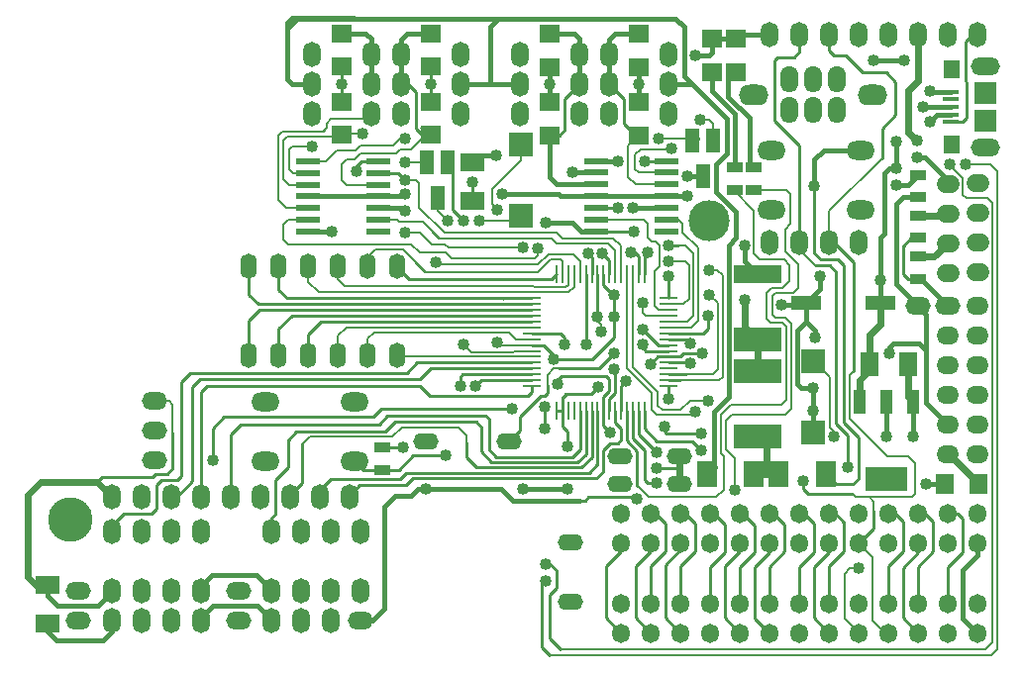
<source format=gtl>
G04 (created by PCBNEW-RS274X (2012-01-19 BZR 3256)-stable) date 5/6/2556 16:26:55*
G01*
G70*
G90*
%MOIN*%
G04 Gerber Fmt 3.4, Leading zero omitted, Abs format*
%FSLAX34Y34*%
G04 APERTURE LIST*
%ADD10C,0.006000*%
%ADD11O,0.060000X0.065000*%
%ADD12C,0.150000*%
%ADD13C,0.138100*%
%ADD14O,0.060000X0.085000*%
%ADD15R,0.062900X0.070900*%
%ADD16O,0.085000X0.055000*%
%ADD17O,0.085000X0.060000*%
%ADD18O,0.095000X0.064000*%
%ADD19O,0.060000X0.090000*%
%ADD20O,0.100000X0.070000*%
%ADD21R,0.070900X0.062900*%
%ADD22R,0.010000X0.060000*%
%ADD23R,0.060000X0.010000*%
%ADD24O,0.055000X0.085000*%
%ADD25R,0.144000X0.080000*%
%ADD26R,0.040000X0.080000*%
%ADD27R,0.078700X0.019700*%
%ADD28R,0.078700X0.078700*%
%ADD29O,0.075000X0.060000*%
%ADD30R,0.045000X0.080000*%
%ADD31R,0.080000X0.060000*%
%ADD32R,0.055000X0.035000*%
%ADD33C,0.060000*%
%ADD34R,0.160000X0.080000*%
%ADD35R,0.070900X0.086600*%
%ADD36R,0.098400X0.047200*%
%ADD37R,0.060000X0.080000*%
%ADD38R,0.160000X0.060000*%
%ADD39R,0.053100X0.015700*%
%ADD40R,0.055100X0.063000*%
%ADD41R,0.074800X0.074800*%
%ADD42O,0.098400X0.059400*%
%ADD43O,0.098400X0.060000*%
%ADD44C,0.040000*%
%ADD45C,0.010000*%
%ADD46C,0.008000*%
%ADD47C,0.015000*%
%ADD48C,0.024000*%
G04 APERTURE END LIST*
G54D10*
G54D11*
X71949Y-48170D03*
X71949Y-49170D03*
X70949Y-48170D03*
X70949Y-49170D03*
X69949Y-48170D03*
X69949Y-49170D03*
X68949Y-48170D03*
X68949Y-49170D03*
X67949Y-48170D03*
X67949Y-49170D03*
X66949Y-48170D03*
X66949Y-49170D03*
X65949Y-48170D03*
X65949Y-49170D03*
X64949Y-48170D03*
X64949Y-49170D03*
X63949Y-48170D03*
X63949Y-49170D03*
X62949Y-48170D03*
X62949Y-49170D03*
X61949Y-48170D03*
X61949Y-49170D03*
X60949Y-48170D03*
X60949Y-49170D03*
X59949Y-48170D03*
X59949Y-49170D03*
G54D12*
X41402Y-45342D03*
G54D13*
X62898Y-35283D03*
G54D14*
X64943Y-36027D03*
X65943Y-36027D03*
X66943Y-36027D03*
X67943Y-36027D03*
G54D15*
X70841Y-44145D03*
X71959Y-44145D03*
G54D16*
X58246Y-48116D03*
X58246Y-46116D03*
G54D17*
X41678Y-48737D03*
X41678Y-47737D03*
G54D18*
X68016Y-32897D03*
X68016Y-34897D03*
X65016Y-32897D03*
X65016Y-34897D03*
G54D19*
X67210Y-30530D03*
X67210Y-31550D03*
X66410Y-30530D03*
X66410Y-31550D03*
X65610Y-30530D03*
X65610Y-31550D03*
G54D20*
X64410Y-31040D03*
X68410Y-31040D03*
G54D14*
X48186Y-45737D03*
X49186Y-45737D03*
X50186Y-45737D03*
X51186Y-45737D03*
G54D17*
X47064Y-48745D03*
X47064Y-47745D03*
G54D16*
X61914Y-43204D03*
X59914Y-43204D03*
G54D21*
X63018Y-30269D03*
X63018Y-29151D03*
X63815Y-30268D03*
X63815Y-29150D03*
G54D22*
X59743Y-37071D03*
X59548Y-37071D03*
X59353Y-37071D03*
X59153Y-37071D03*
X58958Y-37071D03*
X58763Y-37071D03*
X58563Y-37071D03*
X58368Y-37071D03*
X58173Y-37071D03*
X57973Y-37071D03*
X57778Y-37071D03*
X59743Y-41671D03*
X59548Y-41671D03*
X59353Y-41671D03*
X59153Y-41671D03*
X58958Y-41671D03*
X58763Y-41671D03*
X58563Y-41671D03*
X58368Y-41671D03*
X58173Y-41671D03*
X57973Y-41671D03*
X57778Y-41671D03*
G54D23*
X61553Y-37896D03*
X61553Y-38091D03*
X61553Y-38291D03*
X61553Y-38486D03*
X61553Y-38681D03*
X61553Y-38881D03*
X61553Y-39076D03*
X61553Y-39271D03*
X61553Y-39471D03*
X61553Y-39666D03*
X61553Y-39861D03*
X56953Y-39861D03*
X56953Y-39666D03*
X56953Y-39471D03*
X56953Y-39271D03*
X56953Y-39076D03*
X56953Y-38881D03*
X56953Y-38681D03*
X56953Y-38486D03*
X56953Y-38291D03*
X56953Y-38091D03*
X56953Y-37896D03*
X56953Y-40061D03*
X56953Y-40256D03*
X56953Y-40451D03*
X56953Y-40651D03*
X56953Y-40846D03*
X61553Y-40846D03*
X61553Y-40651D03*
X61553Y-40451D03*
X61553Y-40256D03*
X61553Y-40061D03*
G54D22*
X59943Y-41671D03*
X60138Y-41671D03*
X60333Y-41671D03*
X60533Y-41671D03*
X60728Y-41671D03*
X59943Y-37071D03*
X60138Y-37071D03*
X60333Y-37071D03*
X60533Y-37071D03*
X60728Y-37071D03*
G54D14*
X51538Y-29692D03*
X51538Y-30692D03*
X51538Y-31692D03*
X52538Y-29692D03*
X52538Y-30692D03*
X52538Y-31692D03*
G54D24*
X52423Y-36816D03*
X47423Y-36816D03*
X47423Y-39808D03*
X52423Y-39808D03*
X51423Y-39808D03*
X50423Y-39808D03*
X49423Y-39808D03*
X48423Y-39808D03*
X51423Y-36816D03*
X50423Y-36816D03*
X49423Y-36816D03*
X48423Y-36816D03*
G54D25*
X68880Y-43980D03*
G54D26*
X68880Y-41380D03*
X67980Y-41380D03*
X69780Y-41380D03*
G54D14*
X42804Y-44564D03*
X43804Y-44564D03*
X44804Y-44564D03*
X45804Y-44564D03*
X46804Y-44564D03*
X47804Y-44564D03*
X48804Y-44564D03*
X49804Y-44564D03*
X50804Y-44564D03*
X61538Y-31692D03*
X61538Y-30692D03*
X61538Y-29692D03*
X56538Y-31692D03*
X56538Y-30692D03*
X56538Y-29692D03*
X54538Y-31692D03*
X54538Y-30692D03*
X54538Y-29692D03*
X49538Y-31692D03*
X49538Y-30692D03*
X49538Y-29692D03*
G54D27*
X51763Y-35643D03*
X51764Y-35249D03*
X51764Y-34856D03*
X51764Y-34462D03*
X51764Y-34068D03*
X51764Y-33674D03*
X51764Y-33281D03*
X49401Y-35643D03*
X49401Y-35249D03*
X49401Y-34856D03*
X49401Y-34462D03*
X49401Y-34068D03*
X49401Y-33674D03*
X49401Y-33281D03*
X61471Y-35631D03*
X61472Y-35237D03*
X61472Y-34844D03*
X61472Y-34450D03*
X61472Y-34056D03*
X61472Y-33662D03*
X61472Y-33269D03*
X59109Y-35631D03*
X59109Y-35237D03*
X59109Y-34844D03*
X59109Y-34450D03*
X59109Y-34056D03*
X59109Y-33662D03*
X59109Y-33269D03*
G54D17*
X44237Y-41361D03*
X44237Y-42361D03*
X44237Y-43361D03*
G54D28*
X56580Y-32700D03*
X56580Y-35100D03*
G54D16*
X61914Y-44136D03*
X59914Y-44136D03*
G54D14*
X58538Y-29692D03*
X58538Y-30692D03*
X58538Y-31692D03*
X59538Y-29692D03*
X59538Y-30692D03*
X59538Y-31692D03*
G54D29*
X71950Y-43150D03*
X71950Y-42150D03*
X71950Y-41150D03*
X71950Y-40150D03*
X71950Y-39150D03*
X71950Y-38150D03*
X70950Y-43150D03*
X70950Y-42150D03*
X70950Y-41150D03*
X70950Y-40150D03*
X70950Y-39150D03*
G54D14*
X51186Y-47737D03*
G54D17*
X51186Y-48737D03*
G54D14*
X50186Y-47737D03*
X50186Y-48737D03*
X49186Y-47737D03*
X49186Y-48737D03*
X48186Y-47737D03*
X48186Y-48737D03*
X42800Y-45737D03*
X43800Y-45737D03*
X44800Y-45737D03*
X45800Y-45737D03*
X45800Y-47737D03*
X45800Y-48737D03*
X44800Y-47737D03*
X44800Y-48737D03*
X43800Y-47737D03*
X43800Y-48737D03*
X42800Y-47737D03*
X42800Y-48737D03*
G54D30*
X53412Y-33317D03*
X54112Y-33317D03*
X53762Y-34517D03*
X62344Y-32570D03*
X63044Y-32570D03*
X62694Y-33770D03*
G54D31*
X40627Y-48855D03*
X40627Y-47555D03*
G54D32*
X69950Y-37245D03*
X69950Y-36495D03*
X69940Y-35855D03*
X69940Y-35105D03*
X63770Y-34238D03*
X63770Y-33488D03*
X64407Y-34239D03*
X64407Y-33489D03*
G54D33*
X71875Y-34030D02*
X72025Y-34030D01*
X71875Y-35030D02*
X72025Y-35030D01*
X71875Y-36030D02*
X72025Y-36030D01*
X71875Y-37030D02*
X72025Y-37030D01*
G54D32*
X69952Y-34487D03*
X69952Y-33737D03*
G54D34*
X64526Y-40348D03*
X64526Y-42548D03*
G54D14*
X70944Y-29016D03*
X71944Y-29016D03*
G54D17*
X70930Y-38150D03*
X69930Y-38150D03*
G54D21*
X57540Y-28981D03*
X57540Y-30099D03*
X60537Y-28985D03*
X60537Y-30103D03*
G54D35*
X66836Y-43828D03*
X65256Y-43828D03*
X64410Y-43820D03*
X62830Y-43820D03*
G54D36*
X68660Y-38060D03*
X66160Y-38060D03*
G54D31*
X54943Y-33307D03*
X54943Y-34607D03*
G54D37*
X69614Y-40118D03*
X68314Y-40118D03*
G54D28*
X66416Y-40002D03*
X66416Y-42402D03*
G54D21*
X50540Y-28967D03*
X50540Y-30085D03*
X53543Y-28974D03*
X53543Y-30092D03*
G54D34*
X64530Y-39290D03*
G54D38*
X64530Y-37090D03*
G54D18*
X50976Y-41378D03*
X50976Y-43378D03*
X47976Y-41378D03*
X47976Y-43378D03*
G54D32*
X51909Y-42915D03*
X51909Y-43665D03*
G54D11*
X71951Y-45149D03*
X71951Y-46149D03*
X70951Y-45149D03*
X70951Y-46149D03*
X69951Y-45149D03*
X69951Y-46149D03*
X68951Y-45149D03*
X68951Y-46149D03*
X67951Y-45149D03*
X67951Y-46149D03*
X66951Y-45149D03*
X66951Y-46149D03*
X65951Y-45149D03*
X65951Y-46149D03*
X64951Y-45149D03*
X64951Y-46149D03*
X63951Y-45149D03*
X63951Y-46149D03*
X62951Y-45149D03*
X62951Y-46149D03*
X61951Y-45149D03*
X61951Y-46149D03*
X60951Y-45149D03*
X60951Y-46149D03*
X59951Y-45149D03*
X59951Y-46149D03*
G54D33*
X70878Y-34032D02*
X71028Y-34032D01*
X70878Y-35032D02*
X71028Y-35032D01*
X70878Y-36032D02*
X71028Y-36032D01*
X70878Y-37032D02*
X71028Y-37032D01*
G54D21*
X50540Y-31277D03*
X50540Y-32395D03*
X53543Y-31277D03*
X53543Y-32395D03*
X57540Y-31284D03*
X57540Y-32402D03*
X60534Y-31288D03*
X60534Y-32406D03*
G54D39*
X71050Y-31444D03*
X71050Y-31188D03*
X71050Y-31700D03*
X71050Y-31956D03*
X71050Y-30932D03*
G54D40*
X71090Y-32704D03*
X71090Y-30184D03*
G54D41*
X72192Y-31916D03*
X72192Y-30972D03*
G54D42*
X72192Y-32822D03*
G54D43*
X72192Y-30066D03*
G54D14*
X64944Y-29015D03*
X65944Y-29015D03*
X66944Y-29015D03*
X67944Y-29015D03*
X69944Y-29016D03*
X68944Y-29016D03*
G54D16*
X56183Y-42714D03*
X53383Y-42714D03*
G54D44*
X68964Y-39742D03*
X62684Y-39741D03*
X52605Y-42915D03*
X59153Y-38505D03*
X54941Y-33975D03*
X60926Y-40111D03*
X59265Y-39030D03*
X67118Y-42544D03*
X59703Y-40266D03*
X59160Y-40881D03*
X58149Y-44313D03*
X68880Y-42546D03*
X56637Y-44325D03*
X58152Y-42874D03*
X69207Y-32601D03*
X54102Y-35292D03*
X62184Y-33780D03*
X68667Y-37266D03*
X64101Y-37932D03*
X69206Y-33518D03*
X62609Y-31883D03*
X61554Y-36648D03*
X56640Y-36195D03*
X49532Y-32796D03*
X52668Y-35681D03*
X59316Y-36393D03*
X58830Y-36393D03*
X57129Y-36201D03*
X58314Y-33660D03*
X60660Y-38034D03*
X54634Y-35286D03*
X53715Y-36681D03*
X52668Y-33906D03*
X61554Y-36098D03*
X61638Y-32844D03*
X69909Y-33153D03*
X62290Y-39410D03*
X60375Y-35631D03*
X70353Y-30929D03*
X62430Y-29712D03*
X51032Y-33624D03*
X66628Y-37136D03*
X59577Y-42405D03*
X60462Y-44645D03*
X66441Y-34128D03*
X53382Y-44308D03*
X66420Y-40916D03*
X59716Y-38506D03*
X65351Y-38129D03*
X55776Y-39374D03*
X57408Y-35334D03*
X59716Y-37767D03*
X50199Y-35643D03*
X57798Y-40766D03*
X60736Y-33268D03*
X69780Y-42544D03*
X61128Y-43628D03*
X55782Y-34902D03*
X66459Y-39225D03*
X57661Y-39931D03*
X66417Y-41694D03*
X55756Y-33082D03*
X60847Y-36343D03*
X70106Y-31446D03*
X54537Y-40854D03*
X57417Y-46845D03*
X70998Y-33375D03*
X55056Y-40851D03*
X71534Y-33378D03*
X70353Y-31932D03*
X57416Y-47399D03*
X58763Y-39456D03*
X46192Y-43361D03*
X56259Y-41619D03*
X63762Y-44342D03*
X61128Y-44130D03*
X51233Y-32360D03*
X52668Y-34952D03*
X59853Y-34848D03*
X60341Y-34848D03*
X58049Y-39454D03*
X62637Y-42444D03*
X61396Y-42200D03*
X62446Y-41716D03*
X62868Y-41356D03*
X69462Y-29867D03*
X68450Y-29866D03*
X70194Y-44146D03*
X54642Y-39431D03*
X55182Y-35284D03*
X60660Y-39436D03*
X60660Y-38940D03*
X59703Y-39759D03*
X61553Y-41292D03*
X61553Y-37141D03*
X69206Y-34079D03*
X61205Y-32508D03*
X59855Y-33273D03*
X53542Y-30690D03*
X52668Y-33318D03*
X52668Y-32502D03*
X50540Y-30682D03*
X57542Y-30690D03*
X60536Y-30696D03*
X62874Y-38478D03*
X62289Y-40095D03*
X62640Y-43012D03*
X66084Y-44036D03*
X60288Y-36352D03*
X62902Y-36953D03*
X62906Y-37769D03*
X57369Y-42279D03*
X60105Y-40692D03*
X54033Y-43176D03*
X57370Y-41546D03*
X67928Y-46991D03*
X67587Y-43596D03*
X61131Y-43089D03*
X69903Y-32594D03*
X52671Y-34395D03*
X64098Y-36126D03*
X62181Y-34439D03*
X55936Y-34394D03*
G54D45*
X59153Y-38460D02*
X59153Y-38505D01*
G54D46*
X59153Y-38654D02*
X59265Y-38766D01*
G54D45*
X59740Y-40303D02*
X59703Y-40266D01*
X59740Y-41072D02*
X59545Y-41267D01*
G54D47*
X40966Y-48237D02*
X40627Y-47898D01*
G54D45*
X54941Y-34605D02*
X54943Y-34607D01*
X61553Y-39861D02*
X61934Y-39861D01*
G54D46*
X67118Y-42544D02*
X67118Y-42383D01*
G54D45*
X58915Y-41126D02*
X59160Y-40881D01*
G54D46*
X66975Y-41979D02*
X66975Y-40561D01*
G54D47*
X70215Y-38435D02*
X69930Y-38150D01*
G54D45*
X58152Y-42382D02*
X57973Y-42203D01*
G54D47*
X69432Y-34487D02*
X69952Y-34487D01*
G54D45*
X57973Y-42203D02*
X58152Y-42382D01*
G54D47*
X40627Y-47898D02*
X40627Y-47555D01*
G54D45*
X58152Y-42874D02*
X58152Y-42382D01*
G54D47*
X70215Y-39060D02*
X70215Y-39722D01*
G54D45*
X57973Y-41239D02*
X58100Y-41112D01*
G54D47*
X70215Y-39722D02*
X70215Y-41415D01*
X69201Y-34794D02*
X69201Y-34718D01*
G54D45*
X58353Y-41126D02*
X58915Y-41126D01*
G54D47*
X69984Y-39414D02*
X70215Y-39645D01*
G54D46*
X66975Y-40561D02*
X66416Y-40002D01*
G54D47*
X47670Y-47221D02*
X48186Y-47737D01*
G54D45*
X61934Y-39861D02*
X62054Y-39741D01*
X43530Y-43917D02*
X44183Y-43917D01*
G54D47*
X68964Y-39742D02*
X68964Y-39558D01*
G54D45*
X61176Y-39861D02*
X61553Y-39861D01*
G54D47*
X42324Y-48237D02*
X40966Y-48237D01*
G54D46*
X59153Y-38460D02*
X59153Y-38654D01*
X44856Y-42300D02*
X44856Y-42430D01*
G54D45*
X44856Y-42430D02*
X44856Y-43629D01*
X57973Y-42203D02*
X57973Y-41671D01*
G54D48*
X40249Y-47555D02*
X39981Y-47287D01*
G54D45*
X59153Y-37770D02*
X59153Y-38460D01*
X61176Y-39861D02*
X60926Y-40111D01*
X59545Y-41267D02*
X59548Y-41267D01*
X59740Y-40814D02*
X59740Y-41072D01*
G54D47*
X45800Y-47737D02*
X45800Y-47608D01*
G54D48*
X40627Y-47555D02*
X40249Y-47555D01*
X40410Y-44079D02*
X42319Y-44079D01*
G54D46*
X59265Y-38766D02*
X59265Y-39030D01*
G54D47*
X56637Y-44325D02*
X58137Y-44325D01*
G54D45*
X58929Y-41112D02*
X59160Y-40881D01*
X59153Y-37071D02*
X59153Y-37770D01*
G54D46*
X44237Y-41361D02*
X44744Y-41361D01*
X44856Y-42300D02*
X44856Y-41473D01*
G54D47*
X70215Y-41415D02*
X70950Y-42150D01*
X69201Y-34718D02*
X69432Y-34487D01*
G54D45*
X58929Y-41112D02*
X59160Y-40881D01*
X44856Y-43629D02*
X44667Y-43818D01*
X58100Y-41112D02*
X58929Y-41112D01*
G54D47*
X70215Y-39060D02*
X70215Y-38435D01*
X69201Y-34794D02*
X69201Y-37421D01*
X69201Y-37421D02*
X69930Y-38150D01*
G54D45*
X54943Y-33973D02*
X54941Y-33975D01*
X57973Y-41671D02*
X57973Y-41239D01*
X44183Y-43917D02*
X44282Y-43818D01*
G54D46*
X44856Y-41473D02*
X44744Y-41361D01*
X66975Y-42240D02*
X66975Y-41979D01*
G54D47*
X70215Y-39722D02*
X70215Y-39645D01*
X68964Y-39558D02*
X69108Y-39414D01*
G54D45*
X54941Y-33975D02*
X54941Y-34605D01*
G54D47*
X68880Y-41380D02*
X68880Y-42546D01*
G54D45*
X57778Y-41671D02*
X57973Y-41671D01*
X51909Y-42915D02*
X52605Y-42915D01*
X59740Y-40814D02*
X59740Y-40303D01*
G54D47*
X58137Y-44325D02*
X58149Y-44313D01*
G54D45*
X57973Y-41239D02*
X58086Y-41126D01*
G54D47*
X42800Y-47737D02*
X42800Y-47761D01*
G54D45*
X62054Y-39741D02*
X62684Y-39741D01*
X44667Y-43818D02*
X44282Y-43818D01*
X42481Y-43917D02*
X42319Y-44079D01*
X43530Y-43917D02*
X42481Y-43917D01*
G54D47*
X46187Y-47221D02*
X47670Y-47221D01*
G54D48*
X39981Y-47287D02*
X39981Y-44508D01*
G54D47*
X42800Y-47761D02*
X42324Y-48237D01*
G54D45*
X59548Y-41671D02*
X59548Y-41267D01*
X57973Y-41671D02*
X57973Y-42203D01*
G54D47*
X69108Y-39414D02*
X69984Y-39414D01*
G54D46*
X67118Y-42383D02*
X66975Y-42240D01*
G54D45*
X58086Y-41126D02*
X58353Y-41126D01*
G54D48*
X39981Y-44508D02*
X40410Y-44079D01*
G54D45*
X58100Y-41112D02*
X58929Y-41112D01*
X57973Y-41239D02*
X58100Y-41112D01*
G54D48*
X42319Y-44079D02*
X42804Y-44564D01*
G54D47*
X45800Y-47608D02*
X46187Y-47221D01*
G54D48*
X68660Y-38776D02*
X68660Y-38060D01*
G54D47*
X68963Y-33525D02*
X68802Y-33686D01*
G54D48*
X64101Y-38861D02*
X64530Y-39290D01*
G54D47*
X68667Y-38053D02*
X68660Y-38060D01*
X62194Y-33770D02*
X62184Y-33780D01*
G54D48*
X68314Y-39122D02*
X68660Y-38776D01*
X68314Y-40118D02*
X68314Y-39122D01*
X64530Y-40344D02*
X64526Y-40348D01*
X64101Y-37932D02*
X64101Y-38861D01*
X68314Y-40118D02*
X68314Y-40312D01*
G54D47*
X68667Y-37266D02*
X68667Y-38053D01*
X68667Y-37266D02*
X68667Y-35850D01*
X62694Y-33770D02*
X62194Y-33770D01*
G54D46*
X53762Y-34952D02*
X54102Y-35292D01*
G54D47*
X69207Y-32601D02*
X69207Y-33525D01*
X69207Y-33525D02*
X69207Y-33517D01*
G54D48*
X68314Y-40312D02*
X67980Y-40646D01*
X67980Y-40646D02*
X67980Y-41380D01*
G54D47*
X69207Y-33525D02*
X68963Y-33525D01*
X68802Y-33686D02*
X68802Y-35715D01*
X68802Y-35715D02*
X68667Y-35850D01*
G54D48*
X64530Y-39290D02*
X64530Y-40344D01*
G54D46*
X53762Y-34517D02*
X53762Y-34952D01*
G54D47*
X69207Y-33517D02*
X69206Y-33518D01*
G54D46*
X62226Y-36781D02*
X62093Y-36648D01*
X62048Y-38091D02*
X62226Y-37913D01*
X62226Y-37913D02*
X62226Y-36781D01*
X61553Y-38091D02*
X62048Y-38091D01*
X63044Y-32030D02*
X63044Y-32570D01*
X62897Y-31883D02*
X63044Y-32030D01*
X62053Y-38091D02*
X61553Y-38091D01*
X62053Y-38091D02*
X61553Y-38091D01*
X62093Y-36648D02*
X61554Y-36648D01*
X62609Y-31883D02*
X62897Y-31883D01*
X52669Y-35682D02*
X52668Y-35681D01*
X48785Y-33552D02*
X48785Y-32890D01*
X49401Y-33674D02*
X48907Y-33674D01*
G54D45*
X59548Y-36625D02*
X59316Y-36393D01*
X59548Y-36625D02*
X59548Y-37071D01*
G54D46*
X53560Y-36072D02*
X54023Y-36072D01*
X48785Y-32890D02*
X48879Y-32796D01*
X52669Y-35682D02*
X53170Y-35682D01*
X53560Y-36072D02*
X53170Y-35682D01*
X56640Y-36195D02*
X54146Y-36195D01*
X48879Y-32796D02*
X49532Y-32796D01*
X48907Y-33674D02*
X48785Y-33552D01*
X54146Y-36195D02*
X54023Y-36072D01*
X53565Y-36077D02*
X53560Y-36072D01*
X52890Y-36069D02*
X48910Y-36069D01*
X48582Y-35411D02*
X48582Y-35923D01*
X54041Y-36344D02*
X54228Y-36531D01*
G54D45*
X58958Y-37071D02*
X58958Y-36521D01*
G54D46*
X48582Y-35923D02*
X48728Y-36069D01*
X54228Y-36531D02*
X54228Y-36528D01*
G54D45*
X58958Y-36521D02*
X58830Y-36393D01*
G54D46*
X56910Y-36531D02*
X56390Y-36531D01*
X53595Y-36344D02*
X54041Y-36344D01*
X57042Y-36531D02*
X56910Y-36531D01*
X54228Y-36528D02*
X54225Y-36531D01*
X48744Y-35249D02*
X48582Y-35411D01*
X48744Y-35249D02*
X49401Y-35249D01*
X53165Y-36344D02*
X52890Y-36069D01*
X56910Y-36531D02*
X54225Y-36531D01*
X57129Y-36201D02*
X57129Y-36444D01*
X57129Y-36444D02*
X57042Y-36531D01*
X53595Y-36344D02*
X53165Y-36344D01*
X48728Y-36069D02*
X48910Y-36069D01*
X60761Y-38486D02*
X60660Y-38385D01*
G54D47*
X58316Y-33662D02*
X59109Y-33662D01*
X58316Y-33662D02*
X58314Y-33660D01*
G54D46*
X61553Y-38486D02*
X60761Y-38486D01*
X60660Y-38385D02*
X60660Y-38034D01*
X62020Y-35368D02*
X61889Y-35237D01*
X61889Y-35237D02*
X61472Y-35237D01*
X62550Y-38634D02*
X62550Y-36262D01*
X62020Y-35666D02*
X62020Y-35368D01*
X62550Y-36196D02*
X62020Y-35666D01*
X61553Y-38881D02*
X62303Y-38881D01*
X62303Y-38881D02*
X62550Y-38634D01*
X62550Y-36262D02*
X62550Y-36196D01*
X56953Y-39271D02*
X56405Y-39271D01*
X56186Y-39052D02*
X51628Y-39052D01*
X51628Y-39052D02*
X51423Y-39257D01*
X51423Y-39257D02*
X51423Y-39808D01*
X56405Y-39271D02*
X56186Y-39052D01*
G54D45*
X47787Y-38293D02*
X47423Y-38657D01*
X56017Y-38291D02*
X56015Y-38293D01*
X47423Y-38657D02*
X47423Y-39808D01*
X56015Y-38293D02*
X47787Y-38293D01*
X56953Y-38291D02*
X56017Y-38291D01*
G54D46*
X50892Y-37686D02*
X50914Y-37686D01*
X49423Y-37338D02*
X49771Y-37686D01*
X49771Y-37686D02*
X50800Y-37686D01*
X58368Y-37500D02*
X58368Y-37071D01*
X58182Y-37686D02*
X58368Y-37500D01*
X49423Y-36816D02*
X49423Y-37338D01*
X50800Y-37686D02*
X50892Y-37686D01*
X50800Y-37686D02*
X58182Y-37686D01*
X57973Y-37071D02*
X57973Y-36652D01*
X51423Y-36816D02*
X51423Y-36507D01*
X57588Y-36570D02*
X57141Y-37017D01*
X56714Y-37017D02*
X53357Y-37017D01*
X51423Y-36507D02*
X51672Y-36258D01*
X51672Y-36258D02*
X52598Y-36258D01*
X53357Y-37017D02*
X52598Y-36258D01*
X52598Y-36258D02*
X53346Y-37006D01*
X57891Y-36570D02*
X57588Y-36570D01*
X56714Y-37017D02*
X56580Y-37017D01*
X57141Y-37017D02*
X56714Y-37017D01*
X57973Y-36652D02*
X57891Y-36570D01*
X52476Y-39861D02*
X52423Y-39808D01*
X56953Y-39861D02*
X52476Y-39861D01*
G54D45*
X49423Y-39107D02*
X49423Y-39808D01*
X56027Y-38681D02*
X49849Y-38681D01*
X56953Y-38681D02*
X56027Y-38681D01*
X49849Y-38681D02*
X49423Y-39107D01*
X56120Y-38486D02*
X48864Y-38486D01*
X56120Y-38486D02*
X56085Y-38486D01*
X48864Y-38486D02*
X48423Y-38927D01*
X56085Y-38486D02*
X56084Y-38487D01*
X56953Y-38486D02*
X56120Y-38486D01*
X48423Y-38927D02*
X48423Y-39808D01*
X55981Y-38091D02*
X47731Y-38091D01*
X47731Y-38091D02*
X47423Y-37783D01*
X55981Y-38091D02*
X55979Y-38089D01*
X55981Y-38091D02*
X55981Y-38091D01*
X47423Y-37783D02*
X47423Y-36816D01*
X56953Y-38091D02*
X55981Y-38091D01*
G54D46*
X58173Y-37437D02*
X58085Y-37525D01*
X50655Y-37465D02*
X56978Y-37465D01*
X50423Y-36816D02*
X50423Y-37233D01*
X50423Y-37233D02*
X50655Y-37465D01*
X58085Y-37525D02*
X57758Y-37525D01*
X56978Y-37465D02*
X57038Y-37525D01*
X57038Y-37525D02*
X57758Y-37525D01*
X58173Y-37071D02*
X58173Y-37437D01*
G54D45*
X52817Y-37237D02*
X57612Y-37237D01*
X52423Y-36816D02*
X52423Y-36843D01*
X52423Y-36843D02*
X52817Y-37237D01*
X57612Y-37237D02*
X57778Y-37071D01*
G54D46*
X50423Y-39157D02*
X50423Y-39808D01*
X50699Y-38881D02*
X50423Y-39157D01*
X55983Y-38881D02*
X50699Y-38881D01*
X56953Y-38881D02*
X55983Y-38881D01*
G54D45*
X48423Y-37623D02*
X48423Y-36816D01*
X56953Y-37896D02*
X55976Y-37896D01*
X55973Y-37896D02*
X55972Y-37897D01*
X55976Y-37896D02*
X55973Y-37896D01*
X48696Y-37896D02*
X48423Y-37623D01*
X55976Y-37896D02*
X48696Y-37896D01*
G54D46*
X57504Y-36408D02*
X57156Y-36756D01*
G54D45*
X54257Y-34912D02*
X54257Y-33462D01*
G54D46*
X56574Y-36756D02*
X53790Y-36756D01*
X58563Y-37071D02*
X58563Y-36645D01*
X56574Y-36756D02*
X56376Y-36756D01*
X58563Y-36645D02*
X58326Y-36408D01*
X58326Y-36408D02*
X57510Y-36408D01*
X53790Y-36756D02*
X53715Y-36681D01*
G54D45*
X54631Y-35286D02*
X54257Y-34912D01*
X54257Y-33462D02*
X54112Y-33317D01*
X54634Y-35286D02*
X54631Y-35286D01*
G54D46*
X57156Y-36756D02*
X56574Y-36756D01*
X54222Y-33427D02*
X54112Y-33317D01*
X54222Y-33427D02*
X54112Y-33317D01*
X57510Y-36408D02*
X57504Y-36408D01*
X59202Y-35864D02*
X57968Y-35864D01*
X53996Y-35685D02*
X53150Y-34839D01*
X59943Y-36125D02*
X59682Y-35864D01*
X59943Y-37071D02*
X59943Y-36125D01*
X59682Y-35864D02*
X59202Y-35864D01*
X57176Y-35685D02*
X53996Y-35685D01*
X57968Y-35864D02*
X57789Y-35685D01*
X57789Y-35685D02*
X57176Y-35685D01*
X57176Y-35685D02*
X57132Y-35685D01*
X59202Y-35864D02*
X59139Y-35864D01*
X53031Y-33906D02*
X53150Y-34025D01*
X53971Y-35660D02*
X53150Y-34839D01*
G54D45*
X51764Y-33674D02*
X52436Y-33674D01*
G54D46*
X52668Y-33906D02*
X53031Y-33906D01*
G54D45*
X52436Y-33674D02*
X52668Y-33906D01*
G54D46*
X53150Y-34025D02*
X53150Y-34839D01*
X59315Y-36048D02*
X57770Y-36048D01*
X57150Y-35872D02*
X56680Y-35872D01*
X53820Y-35872D02*
X53269Y-35321D01*
X57594Y-35872D02*
X57150Y-35872D01*
X53807Y-35859D02*
X53269Y-35321D01*
X57150Y-35872D02*
X53820Y-35872D01*
X52403Y-35249D02*
X52475Y-35321D01*
X59498Y-36048D02*
X59315Y-36048D01*
X52475Y-35321D02*
X53269Y-35321D01*
X59743Y-37071D02*
X59743Y-36293D01*
X51764Y-35249D02*
X52403Y-35249D01*
X59743Y-36293D02*
X59498Y-36048D01*
X59315Y-36048D02*
X59172Y-36048D01*
X57770Y-36048D02*
X57594Y-35872D01*
X59691Y-35237D02*
X60698Y-35237D01*
X60843Y-35382D02*
X60843Y-35853D01*
X61226Y-36459D02*
X61226Y-36819D01*
X61062Y-36983D02*
X61226Y-36819D01*
X60698Y-35237D02*
X60843Y-35382D01*
X61226Y-36459D02*
X61226Y-36098D01*
X61062Y-38157D02*
X61062Y-36983D01*
X61095Y-35967D02*
X60957Y-35967D01*
X61196Y-38291D02*
X61062Y-38157D01*
X60843Y-35853D02*
X60957Y-35967D01*
X61226Y-36098D02*
X61095Y-35967D01*
X61553Y-38291D02*
X61196Y-38291D01*
X59109Y-35237D02*
X59691Y-35237D01*
G54D45*
X61554Y-36098D02*
X61885Y-36098D01*
G54D46*
X62176Y-38681D02*
X62388Y-38469D01*
X61553Y-38681D02*
X62176Y-38681D01*
X62098Y-36098D02*
X61554Y-36098D01*
X62388Y-38469D02*
X62388Y-36388D01*
G54D45*
X61602Y-32880D02*
X61638Y-32844D01*
G54D46*
X60414Y-33057D02*
X60591Y-32880D01*
X62388Y-36388D02*
X62098Y-36098D01*
G54D47*
X61554Y-31708D02*
X61538Y-31692D01*
G54D46*
X61472Y-33662D02*
X60533Y-33662D01*
X60414Y-33543D02*
X60414Y-33057D01*
X60768Y-32880D02*
X61602Y-32880D01*
G54D47*
X61554Y-31708D02*
X61538Y-31692D01*
G54D46*
X60533Y-33662D02*
X60414Y-33543D01*
X60591Y-32880D02*
X60768Y-32880D01*
X60533Y-33662D02*
X60414Y-33543D01*
G54D45*
X43191Y-45150D02*
X44136Y-45150D01*
X46221Y-40420D02*
X45449Y-40420D01*
X52242Y-40420D02*
X52731Y-40420D01*
X42800Y-45737D02*
X42800Y-45541D01*
X45449Y-40420D02*
X45153Y-40716D01*
X44136Y-45150D02*
X44307Y-44979D01*
X45153Y-43278D02*
X45153Y-43866D01*
X44307Y-44979D02*
X44307Y-44169D01*
X56953Y-40061D02*
X55838Y-40061D01*
X52731Y-40420D02*
X53090Y-40061D01*
X55838Y-40061D02*
X53090Y-40061D01*
X42800Y-45541D02*
X43191Y-45150D01*
X44469Y-44007D02*
X44307Y-44169D01*
X45012Y-44007D02*
X44469Y-44007D01*
X45153Y-40716D02*
X45153Y-43278D01*
X52242Y-40420D02*
X46221Y-40420D01*
X45153Y-43866D02*
X45012Y-44007D01*
X53530Y-40256D02*
X53354Y-40432D01*
X45780Y-40614D02*
X45500Y-40894D01*
X55963Y-40256D02*
X56953Y-40256D01*
X44995Y-44564D02*
X44804Y-44564D01*
X46928Y-40614D02*
X45780Y-40614D01*
X53172Y-40614D02*
X53354Y-40432D01*
X45500Y-44059D02*
X44995Y-44564D01*
X45500Y-40894D02*
X45500Y-43572D01*
X46928Y-40614D02*
X53172Y-40614D01*
X45500Y-43572D02*
X45500Y-44059D01*
X55963Y-40256D02*
X53530Y-40256D01*
X54570Y-41190D02*
X53592Y-41190D01*
X53589Y-41190D02*
X53523Y-41190D01*
X45804Y-43078D02*
X45804Y-41680D01*
X51715Y-40846D02*
X46006Y-40846D01*
X53523Y-41190D02*
X53179Y-40846D01*
X45804Y-41048D02*
X45804Y-41680D01*
X56807Y-41190D02*
X54570Y-41190D01*
X56953Y-41044D02*
X56807Y-41190D01*
X45804Y-43078D02*
X45804Y-44564D01*
X56953Y-40846D02*
X56953Y-41044D01*
X54570Y-41190D02*
X53589Y-41190D01*
X46006Y-40846D02*
X45804Y-41048D01*
X53179Y-40846D02*
X51715Y-40846D01*
X58563Y-42737D02*
X58563Y-42980D01*
X46804Y-44564D02*
X46804Y-42481D01*
X52090Y-41840D02*
X53101Y-41840D01*
X51797Y-42133D02*
X52090Y-41840D01*
X55748Y-43232D02*
X55494Y-42978D01*
X58563Y-42737D02*
X58563Y-41671D01*
X46804Y-42481D02*
X47152Y-42133D01*
X55494Y-42978D02*
X55494Y-42348D01*
X58311Y-43232D02*
X55748Y-43232D01*
X53101Y-41840D02*
X55374Y-41840D01*
X47152Y-42133D02*
X51561Y-42133D01*
X55494Y-41960D02*
X55494Y-42348D01*
X55374Y-41840D02*
X55494Y-41960D01*
X58563Y-42980D02*
X58311Y-43232D01*
X51561Y-42133D02*
X51797Y-42133D01*
X58763Y-43131D02*
X58480Y-43414D01*
X48304Y-45174D02*
X48304Y-44009D01*
X58480Y-43414D02*
X55587Y-43414D01*
X48186Y-45737D02*
X48186Y-45292D01*
X55058Y-42062D02*
X55230Y-42234D01*
X48730Y-42670D02*
X48730Y-43583D01*
X55230Y-43057D02*
X55230Y-42690D01*
X49020Y-42380D02*
X48730Y-42670D01*
X51594Y-42380D02*
X52012Y-42380D01*
X51594Y-42380D02*
X49020Y-42380D01*
X52012Y-42380D02*
X52330Y-42062D01*
X58763Y-42890D02*
X58763Y-43131D01*
X52330Y-42062D02*
X55058Y-42062D01*
X55230Y-42234D02*
X55230Y-42690D01*
X48186Y-45292D02*
X48304Y-45174D01*
X55587Y-43414D02*
X55230Y-43057D01*
X48304Y-44009D02*
X48730Y-43583D01*
X58763Y-42890D02*
X58763Y-41671D01*
G54D46*
X54740Y-42759D02*
X54740Y-42513D01*
G54D45*
X48804Y-44564D02*
X48804Y-44499D01*
X54740Y-43253D02*
X54740Y-42840D01*
G54D46*
X54740Y-42513D02*
X54461Y-42234D01*
G54D45*
X54740Y-42759D02*
X54740Y-42840D01*
G54D46*
X49461Y-42555D02*
X49196Y-42820D01*
G54D45*
X49196Y-44107D02*
X49196Y-42820D01*
G54D46*
X53019Y-42234D02*
X52569Y-42234D01*
G54D45*
X48804Y-44499D02*
X49196Y-44107D01*
G54D46*
X54461Y-42234D02*
X53019Y-42234D01*
G54D45*
X58958Y-42917D02*
X58958Y-43242D01*
X58958Y-42917D02*
X58958Y-41671D01*
X58604Y-43596D02*
X55083Y-43596D01*
X55083Y-43596D02*
X54740Y-43253D01*
X58958Y-43242D02*
X58604Y-43596D01*
G54D46*
X52248Y-42555D02*
X49461Y-42555D01*
X52569Y-42234D02*
X52248Y-42555D01*
G54D45*
X50804Y-44564D02*
X50804Y-44539D01*
X59334Y-43224D02*
X59334Y-43020D01*
X59334Y-43290D02*
X59334Y-43224D01*
X59956Y-42277D02*
X59956Y-42644D01*
X55143Y-43960D02*
X52939Y-43960D01*
X59956Y-42644D02*
X59835Y-42765D01*
X59743Y-41671D02*
X59743Y-41985D01*
X51614Y-44190D02*
X52709Y-44190D01*
X59109Y-43960D02*
X55143Y-43960D01*
X52939Y-43960D02*
X52709Y-44190D01*
X59835Y-42765D02*
X59589Y-42765D01*
X59743Y-41985D02*
X59743Y-42064D01*
X59743Y-42064D02*
X59956Y-42277D01*
X59334Y-43290D02*
X59334Y-43735D01*
X51153Y-44190D02*
X51614Y-44190D01*
X50804Y-44539D02*
X51153Y-44190D01*
X59334Y-43735D02*
X59109Y-43960D01*
X59334Y-43020D02*
X59589Y-42765D01*
X49804Y-44347D02*
X50162Y-43989D01*
X59153Y-43137D02*
X59153Y-41671D01*
X58867Y-43778D02*
X55412Y-43778D01*
X49804Y-44564D02*
X49804Y-44347D01*
X50162Y-43989D02*
X52512Y-43989D01*
X52723Y-43778D02*
X52512Y-43989D01*
X59153Y-43492D02*
X58867Y-43778D01*
X59153Y-43137D02*
X59153Y-43492D01*
X55412Y-43778D02*
X52723Y-43778D01*
X64440Y-45540D02*
X64440Y-46440D01*
X63949Y-46931D02*
X64440Y-46440D01*
X64049Y-45149D02*
X64440Y-45540D01*
X63949Y-48170D02*
X63949Y-46931D01*
X63951Y-45149D02*
X64049Y-45149D01*
X59353Y-37457D02*
X59663Y-37767D01*
G54D47*
X62430Y-29712D02*
X62922Y-29712D01*
G54D48*
X69614Y-40118D02*
X69614Y-41214D01*
G54D47*
X66440Y-33226D02*
X66769Y-32897D01*
G54D46*
X55782Y-34902D02*
X55782Y-34897D01*
G54D45*
X51211Y-33281D02*
X51764Y-33281D01*
G54D47*
X63018Y-29151D02*
X63815Y-29150D01*
X66420Y-40916D02*
X66432Y-40914D01*
G54D45*
X67756Y-44156D02*
X67164Y-44156D01*
X59353Y-42181D02*
X59577Y-42405D01*
X67930Y-43982D02*
X67756Y-44156D01*
X59448Y-42276D02*
X59353Y-42181D01*
G54D47*
X55782Y-33108D02*
X55756Y-33082D01*
X45800Y-48737D02*
X45800Y-48658D01*
G54D45*
X59353Y-42023D02*
X59353Y-42181D01*
G54D47*
X52608Y-44532D02*
X52884Y-44532D01*
X52884Y-44532D02*
X53108Y-44308D01*
G54D45*
X60411Y-44594D02*
X60462Y-44645D01*
X59353Y-42023D02*
X59353Y-41671D01*
X69951Y-46459D02*
X69440Y-46970D01*
G54D47*
X46213Y-48245D02*
X47694Y-48245D01*
G54D45*
X59540Y-41013D02*
X59353Y-41200D01*
G54D47*
X58598Y-35631D02*
X58301Y-35334D01*
G54D45*
X67442Y-42084D02*
X67784Y-42426D01*
G54D48*
X69614Y-41214D02*
X69780Y-41380D01*
G54D46*
X59577Y-42405D02*
X59448Y-42276D01*
X67442Y-42084D02*
X67784Y-42426D01*
G54D45*
X58532Y-44699D02*
X58743Y-44699D01*
G54D47*
X55782Y-33108D02*
X55756Y-33082D01*
X52348Y-44532D02*
X51975Y-44905D01*
X66628Y-37136D02*
X66628Y-37592D01*
G54D45*
X58848Y-44594D02*
X60411Y-44594D01*
X59353Y-41214D02*
X59353Y-41671D01*
G54D47*
X66091Y-38129D02*
X66160Y-38060D01*
X51975Y-44905D02*
X51975Y-45305D01*
X70953Y-33924D02*
X70953Y-34032D01*
G54D45*
X66441Y-36375D02*
X66662Y-36596D01*
G54D47*
X40627Y-49115D02*
X40938Y-49426D01*
X63018Y-29616D02*
X63018Y-29151D01*
X51583Y-48737D02*
X51186Y-48737D01*
X58532Y-44699D02*
X56305Y-44699D01*
G54D45*
X59353Y-37071D02*
X59353Y-37457D01*
G54D47*
X58301Y-35334D02*
X57408Y-35334D01*
G54D45*
X58743Y-44699D02*
X58848Y-44594D01*
X57942Y-40509D02*
X59436Y-40509D01*
X59869Y-35631D02*
X60375Y-35631D01*
G54D48*
X61914Y-43683D02*
X61914Y-43204D01*
G54D47*
X66416Y-41695D02*
X66416Y-42402D01*
X47694Y-48245D02*
X48186Y-48737D01*
X66160Y-38060D02*
X66160Y-38669D01*
G54D45*
X66441Y-35874D02*
X66441Y-35523D01*
X62151Y-39271D02*
X61553Y-39271D01*
X55166Y-33084D02*
X54943Y-33307D01*
X66441Y-35874D02*
X66441Y-36375D01*
X67442Y-37076D02*
X67442Y-36784D01*
G54D47*
X53108Y-44308D02*
X53382Y-44308D01*
X66769Y-32897D02*
X68016Y-32897D01*
X69909Y-33153D02*
X70182Y-33153D01*
G54D45*
X69440Y-46970D02*
X69440Y-48661D01*
G54D47*
X55168Y-33082D02*
X54943Y-33307D01*
G54D45*
X67442Y-37744D02*
X67442Y-41724D01*
G54D47*
X65857Y-39825D02*
X65857Y-40777D01*
G54D45*
X61859Y-43628D02*
X61914Y-43683D01*
G54D47*
X65994Y-40914D02*
X65857Y-40777D01*
G54D45*
X61128Y-43628D02*
X61859Y-43628D01*
X56953Y-39471D02*
X57334Y-39471D01*
G54D47*
X65857Y-39825D02*
X65857Y-39855D01*
G54D45*
X59540Y-40613D02*
X59540Y-41013D01*
X59663Y-37767D02*
X59716Y-37767D01*
X69440Y-48661D02*
X69949Y-49170D01*
G54D47*
X63950Y-29015D02*
X63815Y-29150D01*
G54D45*
X59436Y-40509D02*
X59540Y-40613D01*
X51032Y-33624D02*
X51032Y-33460D01*
G54D47*
X40627Y-48855D02*
X40627Y-49115D01*
G54D46*
X55782Y-34897D02*
X55607Y-34722D01*
G54D47*
X52608Y-44532D02*
X52348Y-44532D01*
X42800Y-49119D02*
X42800Y-48737D01*
G54D45*
X57798Y-40766D02*
X57798Y-40653D01*
X67442Y-36784D02*
X67254Y-36596D01*
G54D46*
X55607Y-34217D02*
X55782Y-34042D01*
G54D47*
X51975Y-48345D02*
X51583Y-48737D01*
G54D45*
X59716Y-37767D02*
X59716Y-38506D01*
G54D47*
X69780Y-41380D02*
X69780Y-42544D01*
X70356Y-30932D02*
X70353Y-30929D01*
X66459Y-39225D02*
X66459Y-38968D01*
X55756Y-33084D02*
X55737Y-33084D01*
G54D45*
X59716Y-39201D02*
X59716Y-37767D01*
G54D47*
X42493Y-49426D02*
X42800Y-49119D01*
X64944Y-29015D02*
X63950Y-29015D01*
X55756Y-33082D02*
X55756Y-33084D01*
X66416Y-41695D02*
X66417Y-41694D01*
X45800Y-48658D02*
X46213Y-48245D01*
X62922Y-29712D02*
X63018Y-29616D01*
G54D45*
X67442Y-42084D02*
X67930Y-42572D01*
G54D47*
X66160Y-38669D02*
X65857Y-38972D01*
G54D45*
X67442Y-41724D02*
X67442Y-42084D01*
G54D47*
X51975Y-45305D02*
X51975Y-48345D01*
X71050Y-30932D02*
X70356Y-30932D01*
G54D45*
X62151Y-39271D02*
X62290Y-39410D01*
G54D46*
X56953Y-39471D02*
X55873Y-39471D01*
G54D45*
X59353Y-41214D02*
X59353Y-41200D01*
X57661Y-39798D02*
X57661Y-39931D01*
X69951Y-46149D02*
X69951Y-46459D01*
G54D47*
X65351Y-38129D02*
X66091Y-38129D01*
G54D45*
X60737Y-33269D02*
X60736Y-33268D01*
X67164Y-44156D02*
X66836Y-43828D01*
G54D46*
X55873Y-39471D02*
X55776Y-39374D01*
G54D45*
X57798Y-40653D02*
X57942Y-40509D01*
X55737Y-33084D02*
X55166Y-33084D01*
G54D47*
X50199Y-35643D02*
X49401Y-35643D01*
X55756Y-33082D02*
X55168Y-33082D01*
G54D45*
X60737Y-33269D02*
X61472Y-33269D01*
G54D47*
X66441Y-34128D02*
X66440Y-33226D01*
G54D45*
X51032Y-33460D02*
X51211Y-33281D01*
G54D48*
X61914Y-44136D02*
X61914Y-43683D01*
G54D45*
X67254Y-36596D02*
X66662Y-36596D01*
G54D47*
X66420Y-40916D02*
X66417Y-41694D01*
G54D46*
X55782Y-34042D02*
X56580Y-33244D01*
G54D47*
X65857Y-38972D02*
X65857Y-39825D01*
X53382Y-44308D02*
X55914Y-44308D01*
G54D45*
X59353Y-41258D02*
X59353Y-41214D01*
G54D47*
X66432Y-40914D02*
X65994Y-40914D01*
G54D46*
X55607Y-34722D02*
X55607Y-34217D01*
G54D45*
X59109Y-35631D02*
X59869Y-35631D01*
X67930Y-42572D02*
X67930Y-43982D01*
X58986Y-39931D02*
X59716Y-39201D01*
X57661Y-39931D02*
X58986Y-39931D01*
G54D47*
X40938Y-49426D02*
X42493Y-49426D01*
G54D45*
X57661Y-39798D02*
X57334Y-39471D01*
X66441Y-35340D02*
X66441Y-34128D01*
G54D46*
X56580Y-33244D02*
X56580Y-32700D01*
G54D47*
X59109Y-35631D02*
X58598Y-35631D01*
X70182Y-33153D02*
X70953Y-33924D01*
X55914Y-44308D02*
X56305Y-44699D01*
X66628Y-37592D02*
X66160Y-38060D01*
X66459Y-38968D02*
X66160Y-38669D01*
G54D45*
X66441Y-35523D02*
X66441Y-35340D01*
X67442Y-37744D02*
X67442Y-37076D01*
X60728Y-36462D02*
X60847Y-36343D01*
X60728Y-37071D02*
X60728Y-36600D01*
X60728Y-36600D02*
X60728Y-36581D01*
X60728Y-36600D02*
X60728Y-36462D01*
G54D47*
X70108Y-31444D02*
X71050Y-31444D01*
G54D46*
X72455Y-34696D02*
X72455Y-35249D01*
G54D45*
X57551Y-47867D02*
X57551Y-49361D01*
G54D46*
X72455Y-35249D02*
X72455Y-44622D01*
X71450Y-34400D02*
X71570Y-34520D01*
G54D45*
X56953Y-40451D02*
X54621Y-40451D01*
G54D46*
X72455Y-49477D02*
X72212Y-49720D01*
G54D47*
X70108Y-31444D02*
X70106Y-31446D01*
G54D45*
X57758Y-47052D02*
X57758Y-47660D01*
G54D46*
X70998Y-33411D02*
X71004Y-33411D01*
X72212Y-49720D02*
X57910Y-49720D01*
X57910Y-49720D02*
X57638Y-49448D01*
X72455Y-44622D02*
X72455Y-45266D01*
G54D45*
X57417Y-46845D02*
X57551Y-46845D01*
G54D46*
X72279Y-34520D02*
X72455Y-34696D01*
X72455Y-45266D02*
X72455Y-49477D01*
X71450Y-33857D02*
X71450Y-34400D01*
G54D45*
X57551Y-49361D02*
X57910Y-49720D01*
X57551Y-46845D02*
X57758Y-47052D01*
X54537Y-40535D02*
X54621Y-40451D01*
X57758Y-47660D02*
X57551Y-47867D01*
X54537Y-40854D02*
X54537Y-40535D01*
G54D46*
X71570Y-34520D02*
X72279Y-34520D01*
X70998Y-33375D02*
X70998Y-33411D01*
X71004Y-33411D02*
X71450Y-33857D01*
X72617Y-43680D02*
X72617Y-49717D01*
G54D47*
X70359Y-31925D02*
X70359Y-31899D01*
G54D45*
X55256Y-40651D02*
X55056Y-40851D01*
G54D46*
X72411Y-49923D02*
X72140Y-49923D01*
G54D45*
X56953Y-40651D02*
X55256Y-40651D01*
G54D46*
X72140Y-49923D02*
X71906Y-49923D01*
G54D47*
X70359Y-31925D02*
X70353Y-31932D01*
X70558Y-31700D02*
X71050Y-31700D01*
G54D46*
X72617Y-33606D02*
X72617Y-43680D01*
G54D47*
X70359Y-31899D02*
X70558Y-31700D01*
G54D46*
X72389Y-33378D02*
X72617Y-33606D01*
X71534Y-33378D02*
X72389Y-33378D01*
G54D47*
X71050Y-31700D02*
X70558Y-31700D01*
G54D46*
X72140Y-49923D02*
X57528Y-49923D01*
X72617Y-49717D02*
X72411Y-49923D01*
G54D45*
X57261Y-47554D02*
X57261Y-48137D01*
X57261Y-48137D02*
X57261Y-49338D01*
X57261Y-47554D02*
X57416Y-47399D01*
X57261Y-49656D02*
X57528Y-49923D01*
X57261Y-49338D02*
X57261Y-49656D01*
X70951Y-45149D02*
X71269Y-45149D01*
X71269Y-45149D02*
X71450Y-45330D01*
X71450Y-45330D02*
X71450Y-46450D01*
X70949Y-48170D02*
X70949Y-46951D01*
X70949Y-46951D02*
X71450Y-46450D01*
X69951Y-45149D02*
X70189Y-45149D01*
X70450Y-45410D02*
X70450Y-46430D01*
X69949Y-48170D02*
X69949Y-46931D01*
X69949Y-46931D02*
X70450Y-46430D01*
X70189Y-45149D02*
X70450Y-45410D01*
X63089Y-45149D02*
X63450Y-45510D01*
X63450Y-45510D02*
X63450Y-46440D01*
X62951Y-45149D02*
X63089Y-45149D01*
X62949Y-48170D02*
X62949Y-46941D01*
X62949Y-46941D02*
X63450Y-46440D01*
X61109Y-45149D02*
X61450Y-45490D01*
X61450Y-45490D02*
X61450Y-46400D01*
X60949Y-48170D02*
X60949Y-46901D01*
X60951Y-45149D02*
X61109Y-45149D01*
X60949Y-46901D02*
X61450Y-46400D01*
X66949Y-48170D02*
X66949Y-46921D01*
X66949Y-46921D02*
X67450Y-46420D01*
X67159Y-45149D02*
X67450Y-45440D01*
X67450Y-45440D02*
X67450Y-46420D01*
X66951Y-45149D02*
X67159Y-45149D01*
X66440Y-48661D02*
X66949Y-49170D01*
X66440Y-48303D02*
X66440Y-48661D01*
X66440Y-46960D02*
X66440Y-48303D01*
X66951Y-46449D02*
X66440Y-46960D01*
X66951Y-46149D02*
X66951Y-46449D01*
X66440Y-48661D02*
X66949Y-49170D01*
X66440Y-45470D02*
X66440Y-46460D01*
X65949Y-46951D02*
X66440Y-46460D01*
X65951Y-45149D02*
X66119Y-45149D01*
X65949Y-48170D02*
X65949Y-46951D01*
X66119Y-45149D02*
X66440Y-45470D01*
X65450Y-45510D02*
X65450Y-46430D01*
X64949Y-48170D02*
X64949Y-46931D01*
X64951Y-45149D02*
X65089Y-45149D01*
X65089Y-45149D02*
X65450Y-45510D01*
X64949Y-46931D02*
X65450Y-46430D01*
X64951Y-46439D02*
X64450Y-46940D01*
X64450Y-48671D02*
X64949Y-49170D01*
X64951Y-46149D02*
X64951Y-46439D01*
X64450Y-46940D02*
X64450Y-48671D01*
X63440Y-48661D02*
X63949Y-49170D01*
X63951Y-46409D02*
X63440Y-46920D01*
X63440Y-46920D02*
X63440Y-48661D01*
X63951Y-46149D02*
X63951Y-46409D01*
X61440Y-48661D02*
X61949Y-49170D01*
X61440Y-46870D02*
X61440Y-48661D01*
X61951Y-46359D02*
X61440Y-46870D01*
X61951Y-46149D02*
X61951Y-46359D01*
X68951Y-45149D02*
X69169Y-45149D01*
X69169Y-45149D02*
X69440Y-45420D01*
X69440Y-45420D02*
X69440Y-46430D01*
X68949Y-46921D02*
X69440Y-46430D01*
X68949Y-48170D02*
X68949Y-46921D01*
X59440Y-46930D02*
X59440Y-48661D01*
X59440Y-48661D02*
X59949Y-49170D01*
X59951Y-46419D02*
X59440Y-46930D01*
X59951Y-46149D02*
X59951Y-46419D01*
X60951Y-46149D02*
X60951Y-46419D01*
X60440Y-48661D02*
X60949Y-49170D01*
X60951Y-46419D02*
X60440Y-46930D01*
X60440Y-46930D02*
X60440Y-48661D01*
X61949Y-48170D02*
X61949Y-46911D01*
X61949Y-46911D02*
X62440Y-46420D01*
X62109Y-45149D02*
X62440Y-45480D01*
X61951Y-45149D02*
X62109Y-45149D01*
X62440Y-45480D02*
X62440Y-46420D01*
X46192Y-43361D02*
X46192Y-43360D01*
X46589Y-41881D02*
X51605Y-41881D01*
X46192Y-43361D02*
X46192Y-42278D01*
X46193Y-43360D02*
X46192Y-43360D01*
X51867Y-41619D02*
X51605Y-41881D01*
X58763Y-39103D02*
X58763Y-38833D01*
X58763Y-38833D02*
X58763Y-37071D01*
X53244Y-41619D02*
X51867Y-41619D01*
X53244Y-41619D02*
X56259Y-41619D01*
X46192Y-42278D02*
X46589Y-41881D01*
X58763Y-39103D02*
X58763Y-39145D01*
X58763Y-38833D02*
X58763Y-39456D01*
G54D46*
X65201Y-38724D02*
X64990Y-38724D01*
X65499Y-40770D02*
X65499Y-41318D01*
X61572Y-44589D02*
X60878Y-44589D01*
X63410Y-43205D02*
X63410Y-44335D01*
X63410Y-44335D02*
X63156Y-44589D01*
X65201Y-38724D02*
X65387Y-38724D01*
X65499Y-38836D02*
X65499Y-39438D01*
X60878Y-44589D02*
X60494Y-44205D01*
X64990Y-38724D02*
X64845Y-38579D01*
X65499Y-41118D02*
X65499Y-41157D01*
X63309Y-41821D02*
X63309Y-43104D01*
X64845Y-38151D02*
X64845Y-38151D01*
G54D45*
X60138Y-41671D02*
X60138Y-42691D01*
G54D46*
X65499Y-39438D02*
X65499Y-40770D01*
X63156Y-44589D02*
X61572Y-44589D01*
X65336Y-41481D02*
X63649Y-41481D01*
G54D45*
X60138Y-42691D02*
X60490Y-43043D01*
X60490Y-43043D02*
X60490Y-44201D01*
G54D46*
X64845Y-38151D02*
X64845Y-38276D01*
X65499Y-40770D02*
X65499Y-41118D01*
X65499Y-41318D02*
X65336Y-41481D01*
X65619Y-37305D02*
X65385Y-37539D01*
X65385Y-37539D02*
X65019Y-37539D01*
X65619Y-37047D02*
X65619Y-37305D01*
X65334Y-36576D02*
X64608Y-36576D01*
X65334Y-36576D02*
X65424Y-36576D01*
X63770Y-34238D02*
X63770Y-34288D01*
X64421Y-36389D02*
X64608Y-36576D01*
X64421Y-34939D02*
X64421Y-36389D01*
X63770Y-34288D02*
X64421Y-34939D01*
X65619Y-36771D02*
X65619Y-37047D01*
X64845Y-38151D02*
X64845Y-37713D01*
X64845Y-38579D02*
X64845Y-38483D01*
X63649Y-41481D02*
X63309Y-41821D01*
X64845Y-38276D02*
X64845Y-38483D01*
X65387Y-38724D02*
X65499Y-38836D01*
G54D45*
X60490Y-44201D02*
X60494Y-44205D01*
G54D46*
X63309Y-43104D02*
X63410Y-43205D01*
X65499Y-39438D02*
X65499Y-39585D01*
X65424Y-36576D02*
X65619Y-36771D01*
X64845Y-37713D02*
X65019Y-37539D01*
X65660Y-38756D02*
X65660Y-39168D01*
X65025Y-37810D02*
X65134Y-37701D01*
X65134Y-37701D02*
X65239Y-37701D01*
X65025Y-38182D02*
X65025Y-37810D01*
G54D45*
X60840Y-44130D02*
X61128Y-44130D01*
X60738Y-43020D02*
X60738Y-43629D01*
G54D46*
X65660Y-41229D02*
X65660Y-41208D01*
X65136Y-38562D02*
X65466Y-38562D01*
G54D45*
X60738Y-43629D02*
X60738Y-44028D01*
G54D46*
X63762Y-43281D02*
X63762Y-44342D01*
G54D45*
X60333Y-41671D02*
X60333Y-42063D01*
G54D46*
X65025Y-38451D02*
X65136Y-38562D01*
X65466Y-38562D02*
X65660Y-38756D01*
G54D45*
X60333Y-42615D02*
X60738Y-43020D01*
G54D46*
X65025Y-38182D02*
X65025Y-38451D01*
X65660Y-40937D02*
X65660Y-39168D01*
X65730Y-37701D02*
X65898Y-37533D01*
X65660Y-41208D02*
X65660Y-40937D01*
X65651Y-34791D02*
X65651Y-35395D01*
X65660Y-41607D02*
X65466Y-41801D01*
X65509Y-34239D02*
X65651Y-34381D01*
X65898Y-36753D02*
X65457Y-36312D01*
X65651Y-34381D02*
X65651Y-34453D01*
X63471Y-42990D02*
X63762Y-43281D01*
X65651Y-35395D02*
X65457Y-35589D01*
X65466Y-41801D02*
X63670Y-41801D01*
G54D45*
X60738Y-44028D02*
X60840Y-44130D01*
G54D46*
X65660Y-40937D02*
X65660Y-41607D01*
X65898Y-37533D02*
X65898Y-36753D01*
X64407Y-34239D02*
X65509Y-34239D01*
X63670Y-41801D02*
X63471Y-42000D01*
G54D45*
X60333Y-42063D02*
X60333Y-42615D01*
G54D46*
X63471Y-42000D02*
X63471Y-42990D01*
X65457Y-36312D02*
X65457Y-35589D01*
X65651Y-34791D02*
X65651Y-34453D01*
X65239Y-37701D02*
X65730Y-37701D01*
X48582Y-33885D02*
X48582Y-32901D01*
X51233Y-32360D02*
X50755Y-32360D01*
G54D47*
X50540Y-28967D02*
X51346Y-28967D01*
G54D46*
X48702Y-32448D02*
X50487Y-32448D01*
X48582Y-32568D02*
X48702Y-32448D01*
X50487Y-32448D02*
X50540Y-32395D01*
G54D47*
X51538Y-29159D02*
X51538Y-29692D01*
G54D46*
X48765Y-34068D02*
X48582Y-33885D01*
G54D47*
X51538Y-29692D02*
X51538Y-30692D01*
X51346Y-28967D02*
X51538Y-29159D01*
G54D46*
X49401Y-34068D02*
X48765Y-34068D01*
X48582Y-32901D02*
X48582Y-32568D01*
X50755Y-32360D02*
X50540Y-32395D01*
X49455Y-32283D02*
X49919Y-32283D01*
X48405Y-32418D02*
X48555Y-32268D01*
X49455Y-32283D02*
X48540Y-32283D01*
X48540Y-32283D02*
X48405Y-32418D01*
X48688Y-34856D02*
X48405Y-34573D01*
X51370Y-31860D02*
X51538Y-31692D01*
X49919Y-32283D02*
X50040Y-32162D01*
X50040Y-32009D02*
X50189Y-31860D01*
X49401Y-34856D02*
X48688Y-34856D01*
X50189Y-31860D02*
X51370Y-31860D01*
X50040Y-32162D02*
X50040Y-32009D01*
X49934Y-32268D02*
X50040Y-32162D01*
X48405Y-34573D02*
X48405Y-32631D01*
X48555Y-32268D02*
X49934Y-32268D01*
X48405Y-32631D02*
X48405Y-32418D01*
X52872Y-32886D02*
X53363Y-32395D01*
X51175Y-32999D02*
X50964Y-33210D01*
X51825Y-32999D02*
X52381Y-32999D01*
G54D45*
X53251Y-32395D02*
X53543Y-32395D01*
G54D46*
X53211Y-32147D02*
X53543Y-32395D01*
X50540Y-33377D02*
X50540Y-33904D01*
G54D45*
X53026Y-30934D02*
X53026Y-32170D01*
G54D46*
X53363Y-32395D02*
X53543Y-32395D01*
G54D45*
X52538Y-30692D02*
X52784Y-30692D01*
X53026Y-32170D02*
X53251Y-32395D01*
G54D46*
X52494Y-32886D02*
X52872Y-32886D01*
G54D47*
X52538Y-29180D02*
X52538Y-29692D01*
G54D46*
X50707Y-33210D02*
X50540Y-33377D01*
G54D47*
X52538Y-29692D02*
X52538Y-30692D01*
G54D46*
X51825Y-32999D02*
X51175Y-32999D01*
X52381Y-32999D02*
X52494Y-32886D01*
G54D47*
X52744Y-28974D02*
X52538Y-29180D01*
G54D46*
X50540Y-33904D02*
X50704Y-34068D01*
X50704Y-34068D02*
X51764Y-34068D01*
G54D45*
X52784Y-30692D02*
X53026Y-30934D01*
G54D47*
X53543Y-28974D02*
X52744Y-28974D01*
G54D46*
X50964Y-33210D02*
X50707Y-33210D01*
X51663Y-32999D02*
X51825Y-32999D01*
G54D47*
X51764Y-34856D02*
X52572Y-34856D01*
X52572Y-34856D02*
X52668Y-34952D01*
X58375Y-28981D02*
X58538Y-29144D01*
X59109Y-34056D02*
X57780Y-34056D01*
X57540Y-28981D02*
X58375Y-28981D01*
G54D45*
X57863Y-32402D02*
X58056Y-32209D01*
G54D47*
X58538Y-29144D02*
X58538Y-29692D01*
G54D45*
X58056Y-32209D02*
X58056Y-31174D01*
X58056Y-31174D02*
X58538Y-30692D01*
G54D47*
X57780Y-34056D02*
X57540Y-33816D01*
G54D45*
X57540Y-32402D02*
X57863Y-32402D01*
G54D47*
X57540Y-33816D02*
X57540Y-32402D01*
X58538Y-29692D02*
X58538Y-30692D01*
G54D45*
X59849Y-34844D02*
X59853Y-34848D01*
X59109Y-34844D02*
X59849Y-34844D01*
G54D46*
X60426Y-34056D02*
X60188Y-33818D01*
G54D45*
X60039Y-32004D02*
X60039Y-31193D01*
G54D47*
X59726Y-28985D02*
X60537Y-28985D01*
X59538Y-29173D02*
X59726Y-28985D01*
X59538Y-29692D02*
X59538Y-30692D01*
G54D45*
X60039Y-31193D02*
X59538Y-30692D01*
X60534Y-32406D02*
X60441Y-32406D01*
G54D46*
X60188Y-33818D02*
X60188Y-32752D01*
G54D47*
X59538Y-29692D02*
X59538Y-29173D01*
G54D45*
X60441Y-32406D02*
X60039Y-32004D01*
G54D46*
X60188Y-32752D02*
X60534Y-32406D01*
X61472Y-34056D02*
X60426Y-34056D01*
G54D47*
X60341Y-34848D02*
X61468Y-34848D01*
X61468Y-34848D02*
X61472Y-34844D01*
G54D48*
X70990Y-43150D02*
X70950Y-43150D01*
G54D45*
X61396Y-42364D02*
X61476Y-42444D01*
X58049Y-39229D02*
X58049Y-39454D01*
X61396Y-42200D02*
X61396Y-42364D01*
X56953Y-39076D02*
X57896Y-39076D01*
X61476Y-42444D02*
X62637Y-42444D01*
G54D48*
X71959Y-44119D02*
X70990Y-43150D01*
X71959Y-44145D02*
X71959Y-44119D01*
G54D45*
X57896Y-39076D02*
X58049Y-39229D01*
G54D46*
X60976Y-41640D02*
X60976Y-41082D01*
X61156Y-41820D02*
X61896Y-41820D01*
X61896Y-41820D02*
X62342Y-41820D01*
X60976Y-41082D02*
X60138Y-40244D01*
X60976Y-41640D02*
X61156Y-41820D01*
X60138Y-40244D02*
X60138Y-37071D01*
X62342Y-41820D02*
X62446Y-41716D01*
X61186Y-41518D02*
X61186Y-41056D01*
X61326Y-41658D02*
X61186Y-41518D01*
X61186Y-41056D02*
X60333Y-40203D01*
X61086Y-40956D02*
X60333Y-40203D01*
X61956Y-41658D02*
X61326Y-41658D01*
X62844Y-41356D02*
X62258Y-41356D01*
X60333Y-40203D02*
X60333Y-39960D01*
X62258Y-41356D02*
X61956Y-41658D01*
X60333Y-37071D02*
X60333Y-40203D01*
X62868Y-41356D02*
X62844Y-41356D01*
X60333Y-37071D02*
X60333Y-40006D01*
G54D45*
X71536Y-30564D02*
X71575Y-30603D01*
X71536Y-29249D02*
X71536Y-30564D01*
X71050Y-31956D02*
X71434Y-31956D01*
X71434Y-31956D02*
X71575Y-31815D01*
X71575Y-31815D02*
X71575Y-30603D01*
X71769Y-29016D02*
X71536Y-29249D01*
X71944Y-29016D02*
X71769Y-29016D01*
G54D47*
X68451Y-29867D02*
X68450Y-29866D01*
X69462Y-29867D02*
X68451Y-29867D01*
G54D48*
X65248Y-43820D02*
X65256Y-43828D01*
X64834Y-43820D02*
X65248Y-43820D01*
X64834Y-42856D02*
X64526Y-42548D01*
X64834Y-43820D02*
X64834Y-42856D01*
X64410Y-43820D02*
X64834Y-43820D01*
G54D47*
X70841Y-44145D02*
X70195Y-44145D01*
X70195Y-44145D02*
X70194Y-44146D01*
G54D46*
X56337Y-39666D02*
X56953Y-39666D01*
X55182Y-35284D02*
X56396Y-35284D01*
X54910Y-39699D02*
X54642Y-39431D01*
X55674Y-39699D02*
X54910Y-39699D01*
X56304Y-39699D02*
X55674Y-39699D01*
X56580Y-35100D02*
X56396Y-35284D01*
X56337Y-39666D02*
X56304Y-39699D01*
G54D45*
X60660Y-39436D02*
X60660Y-39556D01*
X60770Y-39666D02*
X60890Y-39666D01*
X60890Y-39666D02*
X61553Y-39666D01*
X60660Y-39556D02*
X60770Y-39666D01*
G54D47*
X63834Y-30114D02*
X63552Y-30396D01*
X64260Y-31822D02*
X64260Y-33342D01*
X63556Y-31118D02*
X64260Y-31822D01*
X63552Y-30396D02*
X63552Y-31074D01*
X63556Y-31078D02*
X63552Y-31074D01*
X63556Y-31078D02*
X63556Y-31118D01*
X64260Y-33342D02*
X64407Y-33489D01*
X63815Y-30268D02*
X63834Y-30114D01*
G54D45*
X61191Y-39471D02*
X60660Y-38940D01*
X61553Y-39471D02*
X61191Y-39471D01*
X57459Y-40806D02*
X57459Y-40947D01*
X56548Y-42349D02*
X56183Y-42714D01*
X56548Y-41864D02*
X56548Y-42349D01*
X57383Y-41171D02*
X57241Y-41171D01*
G54D46*
X57459Y-40469D02*
X57459Y-40806D01*
G54D45*
X59204Y-40258D02*
X57852Y-40258D01*
X61553Y-40846D02*
X61553Y-41292D01*
X59204Y-40258D02*
X59703Y-39759D01*
X56548Y-42349D02*
X56183Y-42714D01*
G54D46*
X57852Y-40258D02*
X57670Y-40258D01*
X57670Y-40258D02*
X57459Y-40469D01*
G54D45*
X57459Y-40947D02*
X57459Y-41095D01*
X57459Y-41095D02*
X57383Y-41171D01*
X57241Y-41171D02*
X56548Y-41864D01*
G54D47*
X69950Y-37245D02*
X70025Y-37245D01*
G54D45*
X69940Y-35855D02*
X69721Y-35855D01*
X69440Y-36136D02*
X69440Y-37080D01*
G54D47*
X70025Y-37245D02*
X70930Y-38150D01*
G54D45*
X69721Y-35855D02*
X69440Y-36136D01*
X69440Y-37080D02*
X69605Y-37245D01*
X69605Y-37245D02*
X69950Y-37245D01*
G54D47*
X63770Y-31670D02*
X63014Y-30914D01*
X63770Y-33488D02*
X63770Y-31670D01*
X63018Y-30269D02*
X63014Y-30914D01*
G54D45*
X61553Y-37896D02*
X61553Y-37141D01*
G54D47*
X69206Y-34079D02*
X69610Y-34079D01*
X69610Y-34079D02*
X69952Y-33737D01*
X59109Y-33269D02*
X59851Y-33269D01*
G54D46*
X61205Y-32508D02*
X62515Y-32508D01*
G54D47*
X59851Y-33269D02*
X59855Y-33273D01*
X62344Y-32570D02*
X62515Y-32508D01*
G54D45*
X53542Y-31276D02*
X53543Y-31277D01*
X53542Y-30690D02*
X53542Y-31276D01*
X53543Y-30689D02*
X53542Y-30690D01*
X53543Y-30092D02*
X53543Y-30689D01*
G54D46*
X52106Y-32739D02*
X51187Y-32739D01*
X50373Y-32916D02*
X51010Y-32916D01*
X52669Y-33317D02*
X52668Y-33318D01*
X53412Y-33317D02*
X52669Y-33317D01*
X50008Y-33281D02*
X50373Y-32916D01*
X52106Y-32739D02*
X52278Y-32739D01*
X51187Y-32739D02*
X51010Y-32916D01*
X51561Y-32739D02*
X52106Y-32739D01*
X52278Y-32739D02*
X52515Y-32502D01*
X49401Y-33281D02*
X50008Y-33281D01*
X52515Y-32502D02*
X52668Y-32502D01*
G54D45*
X50540Y-30682D02*
X50540Y-31277D01*
X50540Y-30085D02*
X50540Y-30682D01*
G54D47*
X57540Y-30688D02*
X57542Y-30690D01*
X57540Y-30099D02*
X57540Y-30688D01*
X57542Y-31282D02*
X57540Y-31284D01*
X57542Y-30690D02*
X57542Y-31282D01*
X60537Y-30103D02*
X60536Y-30696D01*
X60536Y-31286D02*
X60534Y-31288D01*
X60536Y-30696D02*
X60536Y-31286D01*
G54D45*
X61553Y-39076D02*
X62013Y-39076D01*
X62412Y-39076D02*
X62417Y-39076D01*
X62720Y-39076D02*
X62874Y-38922D01*
X62318Y-39076D02*
X62412Y-39076D01*
X62720Y-39076D02*
X62073Y-39076D01*
X62874Y-38922D02*
X62874Y-38478D01*
X62013Y-39076D02*
X62073Y-39076D01*
X62073Y-39076D02*
X62148Y-39076D01*
X62148Y-39076D02*
X62318Y-39076D01*
X61553Y-40061D02*
X62255Y-40061D01*
X62255Y-40061D02*
X62289Y-40095D01*
X62640Y-43005D02*
X62340Y-42705D01*
X67123Y-29722D02*
X67522Y-29722D01*
X66944Y-29015D02*
X66944Y-29543D01*
X68733Y-32165D02*
X69188Y-31710D01*
G54D46*
X68418Y-46616D02*
X67951Y-46149D01*
G54D45*
X67770Y-37557D02*
X67770Y-36676D01*
X66083Y-44324D02*
X66254Y-44495D01*
G54D46*
X67636Y-41673D02*
X67636Y-41919D01*
G54D45*
X68859Y-30282D02*
X68082Y-30282D01*
X69188Y-30611D02*
X68859Y-30282D01*
G54D46*
X68840Y-49170D02*
X68418Y-48748D01*
X68949Y-49170D02*
X68840Y-49170D01*
G54D45*
X62340Y-42705D02*
X61335Y-42705D01*
G54D46*
X69846Y-44478D02*
X69740Y-44584D01*
G54D45*
X68733Y-32691D02*
X68733Y-32165D01*
G54D46*
X68452Y-45048D02*
X68452Y-44738D01*
G54D45*
X68452Y-45048D02*
X68452Y-45648D01*
X62640Y-43012D02*
X62640Y-43005D01*
G54D46*
X67636Y-40484D02*
X67636Y-41673D01*
X68196Y-44584D02*
X67838Y-44584D01*
X68452Y-44738D02*
X68298Y-44584D01*
G54D45*
X66944Y-29543D02*
X67123Y-29722D01*
G54D46*
X66943Y-36027D02*
X66943Y-34960D01*
G54D45*
X61146Y-42705D02*
X61335Y-42705D01*
G54D46*
X67838Y-44584D02*
X67749Y-44495D01*
G54D45*
X69188Y-31066D02*
X69188Y-30611D01*
G54D46*
X66943Y-34960D02*
X68733Y-33170D01*
G54D45*
X67121Y-36027D02*
X66943Y-36027D01*
X68733Y-32691D02*
X68733Y-33170D01*
X62436Y-42808D02*
X62640Y-43012D01*
G54D46*
X67770Y-40350D02*
X67636Y-40484D01*
G54D45*
X67522Y-29722D02*
X68082Y-30282D01*
X66084Y-44036D02*
X66083Y-44324D01*
X68452Y-45648D02*
X67951Y-46149D01*
G54D46*
X67636Y-41939D02*
X68901Y-43204D01*
X68298Y-44584D02*
X68196Y-44584D01*
G54D45*
X69188Y-31226D02*
X69188Y-31066D01*
G54D46*
X69740Y-44584D02*
X68298Y-44584D01*
G54D45*
X69188Y-31185D02*
X69188Y-31226D01*
G54D46*
X62436Y-42808D02*
X62640Y-43012D01*
X67636Y-41919D02*
X67636Y-41939D01*
G54D45*
X60728Y-41671D02*
X60728Y-42287D01*
G54D46*
X68418Y-48748D02*
X68418Y-46616D01*
G54D45*
X67770Y-37557D02*
X67770Y-40350D01*
X66254Y-44495D02*
X67749Y-44495D01*
G54D46*
X69846Y-43435D02*
X69846Y-44478D01*
G54D45*
X67770Y-36676D02*
X67121Y-36027D01*
X60728Y-42287D02*
X61146Y-42705D01*
G54D46*
X68901Y-43204D02*
X69615Y-43204D01*
X69615Y-43204D02*
X69846Y-43435D01*
G54D45*
X69188Y-31710D02*
X69188Y-31185D01*
X60411Y-36352D02*
X60533Y-36474D01*
X60288Y-36352D02*
X60411Y-36352D01*
X60533Y-36474D02*
X60533Y-36687D01*
X60533Y-37071D02*
X60533Y-36687D01*
G54D48*
X69940Y-35105D02*
X70880Y-35105D01*
X69940Y-35105D02*
X70865Y-35105D01*
G54D46*
X62367Y-40651D02*
X63253Y-40651D01*
X61553Y-40651D02*
X62367Y-40651D01*
G54D48*
X70880Y-35105D02*
X70953Y-35032D01*
G54D46*
X63362Y-37863D02*
X63362Y-37126D01*
X63189Y-36953D02*
X62902Y-36953D01*
X63362Y-37126D02*
X63189Y-36953D01*
G54D48*
X70865Y-35105D02*
X70940Y-35030D01*
G54D45*
X61553Y-40651D02*
X61939Y-40651D01*
G54D46*
X63362Y-40542D02*
X63362Y-37863D01*
X63253Y-40651D02*
X63362Y-40542D01*
G54D48*
X69950Y-36495D02*
X70475Y-36495D01*
G54D45*
X61553Y-40451D02*
X62145Y-40451D01*
G54D46*
X63200Y-38063D02*
X62906Y-37769D01*
G54D48*
X70475Y-36495D02*
X70940Y-36030D01*
G54D46*
X62145Y-40451D02*
X63029Y-40451D01*
X63200Y-38101D02*
X63200Y-38063D01*
G54D48*
X70490Y-36495D02*
X70953Y-36032D01*
G54D46*
X63029Y-40451D02*
X63200Y-40280D01*
X63200Y-40280D02*
X63200Y-38101D01*
G54D48*
X69950Y-36495D02*
X70490Y-36495D01*
G54D45*
X51263Y-43665D02*
X50976Y-43378D01*
X52948Y-43176D02*
X52459Y-43665D01*
X57369Y-42279D02*
X57370Y-42280D01*
X59943Y-41671D02*
X59943Y-40854D01*
X51909Y-43665D02*
X51263Y-43665D01*
X57369Y-42272D02*
X57369Y-42279D01*
X57370Y-41546D02*
X57369Y-42258D01*
X52459Y-43665D02*
X51909Y-43665D01*
X59943Y-40854D02*
X60105Y-40692D01*
X57369Y-42258D02*
X57369Y-42272D01*
X54033Y-43176D02*
X52948Y-43176D01*
X67176Y-36999D02*
X66969Y-36792D01*
X60533Y-42491D02*
X61131Y-43089D01*
X65943Y-32757D02*
X65102Y-31916D01*
X65102Y-29864D02*
X65102Y-31776D01*
X67587Y-42525D02*
X67176Y-42114D01*
X65943Y-35430D02*
X65943Y-36027D01*
X65943Y-36027D02*
X65943Y-32757D01*
X67176Y-37450D02*
X67176Y-42114D01*
X65944Y-29594D02*
X65770Y-29768D01*
X60533Y-42346D02*
X60533Y-42491D01*
X65770Y-29768D02*
X65198Y-29768D01*
G54D46*
X67466Y-47166D02*
X67641Y-46991D01*
G54D45*
X66969Y-36792D02*
X66488Y-36792D01*
X67176Y-37301D02*
X67176Y-36999D01*
X67176Y-37431D02*
X67176Y-37301D01*
G54D46*
X67949Y-49154D02*
X67466Y-48671D01*
G54D45*
X67587Y-43596D02*
X67587Y-42525D01*
X65944Y-29015D02*
X65944Y-29594D01*
X65102Y-31776D02*
X65102Y-31916D01*
G54D46*
X65943Y-36027D02*
X65943Y-36247D01*
X67641Y-46991D02*
X67928Y-46991D01*
X67949Y-49170D02*
X67949Y-49154D01*
G54D45*
X65198Y-29768D02*
X65102Y-29864D01*
X67176Y-37450D02*
X67176Y-37431D01*
G54D46*
X65943Y-36247D02*
X66488Y-36792D01*
X67466Y-48671D02*
X67466Y-47166D01*
X65943Y-35430D02*
X65943Y-36027D01*
G54D45*
X60533Y-41671D02*
X60533Y-42346D01*
G54D48*
X69618Y-32309D02*
X69903Y-32594D01*
G54D47*
X71951Y-46149D02*
X71951Y-46549D01*
X71450Y-48671D02*
X71949Y-49170D01*
X71951Y-46549D02*
X71450Y-47050D01*
G54D48*
X69944Y-29016D02*
X69944Y-30568D01*
X69618Y-30894D02*
X69618Y-32309D01*
G54D47*
X71450Y-47050D02*
X71450Y-48671D01*
G54D48*
X69944Y-30568D02*
X69618Y-30894D01*
G54D47*
X49401Y-34462D02*
X51764Y-34462D01*
X51764Y-34462D02*
X52604Y-34462D01*
X52604Y-34462D02*
X52671Y-34395D01*
X55936Y-34394D02*
X57837Y-34394D01*
X62170Y-34450D02*
X62181Y-34439D01*
X57837Y-34394D02*
X57893Y-34450D01*
X64098Y-36126D02*
X64098Y-36658D01*
X57893Y-34450D02*
X59109Y-34450D01*
G54D45*
X64098Y-36658D02*
X64530Y-37090D01*
G54D47*
X64098Y-36658D02*
X64530Y-37090D01*
X61472Y-34450D02*
X62170Y-34450D01*
X59109Y-34450D02*
X61472Y-34450D01*
X63822Y-34989D02*
X63822Y-35840D01*
X63822Y-35840D02*
X63559Y-36103D01*
X63154Y-34254D02*
X63154Y-34321D01*
X63559Y-41210D02*
X63066Y-41703D01*
X63559Y-36491D02*
X63559Y-36103D01*
X63066Y-41829D02*
X63066Y-43584D01*
X63559Y-41043D02*
X63559Y-41210D01*
X63066Y-41703D02*
X63066Y-41829D01*
G54D48*
X63066Y-43584D02*
X62830Y-43820D01*
G54D47*
X63559Y-37527D02*
X63559Y-41043D01*
X63559Y-37527D02*
X63559Y-36491D01*
X63154Y-34321D02*
X63822Y-34989D01*
X48705Y-30510D02*
X48887Y-30692D01*
X48884Y-28440D02*
X49035Y-28440D01*
X62063Y-28759D02*
X62063Y-30404D01*
X48705Y-29678D02*
X48705Y-30510D01*
X49049Y-28476D02*
X50952Y-28476D01*
X50952Y-28440D02*
X49035Y-28440D01*
X63511Y-31852D02*
X62351Y-30692D01*
X50952Y-28476D02*
X50952Y-28440D01*
X48705Y-28820D02*
X49049Y-28476D01*
X55530Y-30692D02*
X55550Y-30692D01*
X48705Y-30510D02*
X48887Y-30692D01*
X63154Y-33903D02*
X63154Y-33936D01*
X48705Y-29052D02*
X48705Y-29652D01*
X48705Y-29052D02*
X48705Y-29678D01*
X63511Y-32424D02*
X63511Y-33012D01*
X48705Y-28619D02*
X48884Y-28440D01*
X63511Y-33012D02*
X63154Y-33369D01*
X50952Y-28476D02*
X55797Y-28476D01*
X48705Y-28903D02*
X48705Y-28820D01*
X63511Y-32142D02*
X63511Y-32424D01*
X63154Y-33936D02*
X63154Y-34254D01*
X63154Y-34254D02*
X63154Y-34257D01*
X63511Y-32142D02*
X63511Y-31852D01*
X54538Y-30692D02*
X55530Y-30692D01*
X63154Y-34257D02*
X63154Y-34259D01*
G54D46*
X63154Y-34259D02*
X63154Y-34276D01*
G54D47*
X55797Y-28476D02*
X61780Y-28476D01*
X55550Y-30692D02*
X56538Y-30692D01*
X49126Y-28440D02*
X49035Y-28440D01*
X63154Y-33369D02*
X63154Y-33903D01*
X48887Y-30692D02*
X49538Y-30692D01*
X55530Y-28743D02*
X55797Y-28476D01*
X48705Y-29678D02*
X48705Y-28903D01*
X61780Y-28476D02*
X62063Y-28759D01*
X55530Y-30692D02*
X55530Y-28743D01*
X62351Y-30692D02*
X61538Y-30692D01*
X62063Y-30404D02*
X62351Y-30692D01*
X48705Y-28903D02*
X48705Y-28619D01*
M02*

</source>
